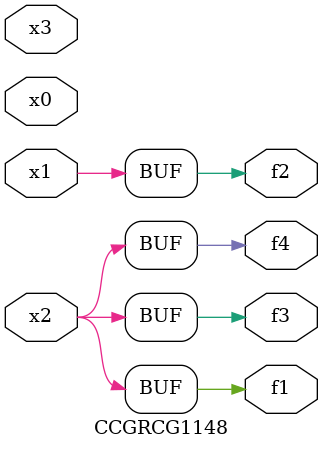
<source format=v>
module CCGRCG1148(
	input x0, x1, x2, x3,
	output f1, f2, f3, f4
);
	assign f1 = x2;
	assign f2 = x1;
	assign f3 = x2;
	assign f4 = x2;
endmodule

</source>
